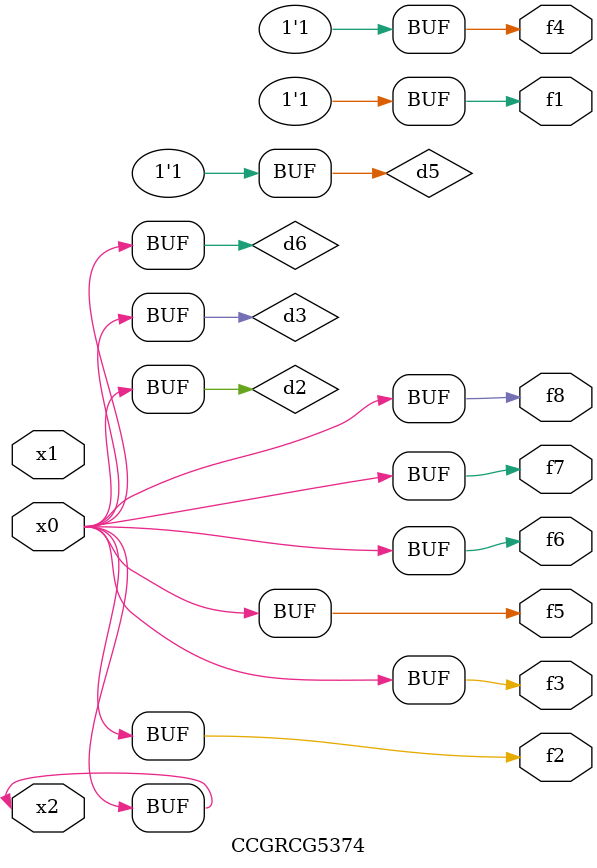
<source format=v>
module CCGRCG5374(
	input x0, x1, x2,
	output f1, f2, f3, f4, f5, f6, f7, f8
);

	wire d1, d2, d3, d4, d5, d6;

	xnor (d1, x2);
	buf (d2, x0, x2);
	and (d3, x0);
	xnor (d4, x1, x2);
	nand (d5, d1, d3);
	buf (d6, d2, d3);
	assign f1 = d5;
	assign f2 = d6;
	assign f3 = d6;
	assign f4 = d5;
	assign f5 = d6;
	assign f6 = d6;
	assign f7 = d6;
	assign f8 = d6;
endmodule

</source>
